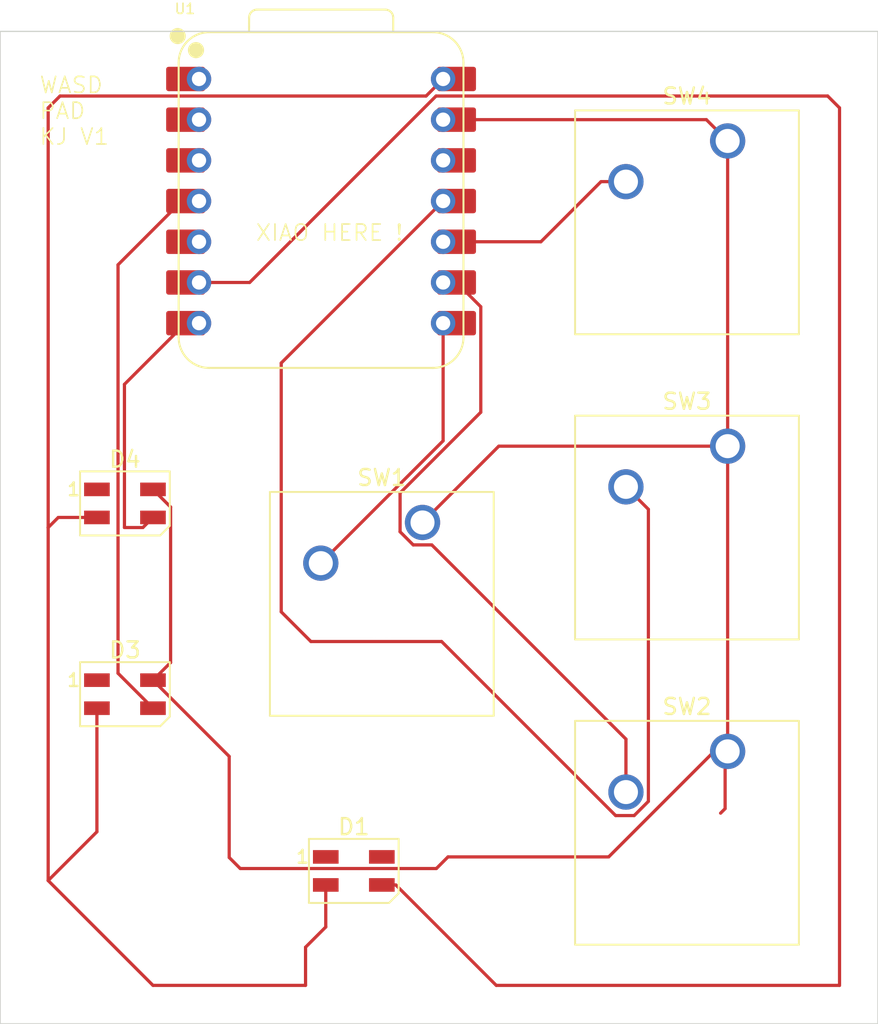
<source format=kicad_pcb>
(kicad_pcb (version 20241229) (generator "pcbnew") (generator_version "9.0")
  (layers (0 "F.Cu" signal) (2 "B.Cu" signal) (13 "F.Paste" user) (15 "B.Paste" user) (5 "F.SilkS" user "F.Silkscreen") (7 "B.SilkS" user "B.Silkscreen") (1 "F.Mask" user) (3 "B.Mask" user) (25 "Edge.Cuts" user))
  (net 0 "")
  (net 1 "+5V")
  (net 3 "GND")
  (net 4 "Net-(D1-DIN)")
  (net 5 "Net-(D2-DIN)")
  (net 6 "Net-(D3-DIN)")
  (net 8 "Net-(D4-DIN)")
  (net 10 "Net-(U1-GPIO1{slash}RX)")
  (net 11 "Net-(U1-GPIO2{slash}SCK)")
  (net 12 "Net-(U1-GPIO3{slash}MOSI)")
  (net 13 "Net-(U1-GPIO4{slash}MISO)")
  (footprint "Seeed Studio XIAO Series Library:XIAO-RP2040-DIP" (layer "F.Cu") (at 89.075 89.16)
    (property "Reference" "U1" (at -8.5 -12 0) (layer "F.SilkS") (effects (font (size 0.635 0.635) (thickness 0.1016))))
    (property "Value" "XIAO-RP2040-DIP")
    (fp_line (start -8.89 8.509) (end -8.89 -8.636) (stroke (width 0.127)) (layer "F.SilkS"))
    (fp_line (start -6.985 10.414) (end 6.985 10.414) (stroke (width 0.127)) (layer "F.SilkS"))
    (fp_line (start -4.495 -10.541) (end -4.491272 -11.451272) (stroke (width 0.127)) (layer "F.SilkS"))
    (fp_line (start -3.991272 -11.951) (end 4.004 -11.951) (stroke (width 0.127)) (layer "F.SilkS"))
    (fp_line (start 4.504 -11.451) (end 4.504 -10.541) (stroke (width 0.127)) (layer "F.SilkS"))
    (fp_line (start 6.985 -10.541) (end -6.985 -10.541) (stroke (width 0.1)) (layer "F.SilkS"))
    (fp_line (start 6.985 -10.541) (end -6.985 -10.541) (stroke (width 0.127)) (layer "F.SilkS"))
    (fp_line (start 8.89 8.509) (end 8.89 -8.636) (stroke (width 0.127)) (layer "F.SilkS"))
    (fp_arc (start -8.89 -8.636) (mid -8.332038 -9.983038) (end -6.985 -10.541) (stroke (width 0.127)) (layer "F.SilkS"))
    (fp_arc (start -6.985 10.414) (mid -8.332038 9.856038) (end -8.89 8.509) (stroke (width 0.127)) (layer "F.SilkS"))
    (fp_arc (start -4.491272 -11.451272) (mid -4.344728 -11.80464) (end -3.991272 -11.951) (stroke (width 0.127)) (layer "F.SilkS"))
    (fp_arc (start 4.004 -11.951) (mid 4.357553 -11.804553) (end 4.504 -11.451) (stroke (width 0.127)) (layer "F.SilkS"))
    (fp_arc (start 6.985 -10.541) (mid 8.332038 -9.983038) (end 8.89 -8.636) (stroke (width 0.127)) (layer "F.SilkS"))
    (fp_arc (start 8.89 8.509) (mid 8.332038 9.856038) (end 6.985 10.414) (stroke (width 0.127)) (layer "F.SilkS"))
    (fp_circle (center -8.95 -10.3) (end -8.95 -10.554) (stroke (width 0.5)) (fill yes) (layer "F.SilkS"))
    (fp_circle (center -7.807 -9.42) (end -7.807 -9.674) (stroke (width 0.5)) (fill yes) (layer "F.SilkS"))
    (pad "1" smd roundrect (at -8.455 -7.62 180) (size 2.432 1.524) (layers "F.Cu" "F.Mask") (roundrect_rratio 0.1))
    (pad "1" thru_hole circle (at -7.62 -7.62 180) (size 1.524 1.524) (drill 0.889) (layers "*.Cu" "*.Mask"))
    (pad "2" smd roundrect (at -8.455 -5.08 180) (size 2.432 1.524) (layers "F.Cu" "F.Mask") (roundrect_rratio 0.1))
    (pad "2" thru_hole circle (at -7.62 -5.08 180) (size 1.524 1.524) (drill 0.889) (layers "*.Cu" "*.Mask"))
    (pad "3" smd roundrect (at -8.455 -2.54 180) (size 2.432 1.524) (layers "F.Cu" "F.Mask") (roundrect_rratio 0.1))
    (pad "3" thru_hole circle (at -7.62 -2.54 180) (size 1.524 1.524) (drill 0.889) (layers "*.Cu" "*.Mask"))
    (pad "4" smd roundrect (at -8.455 0 180) (size 2.432 1.524) (layers "F.Cu" "F.Mask") (roundrect_rratio 0.1) (net 6 "Net-(D3-DIN)"))
    (pad "4" thru_hole circle (at -7.62 0 180) (size 1.524 1.524) (drill 0.889) (layers "*.Cu" "*.Mask") (net 6 "Net-(D3-DIN)"))
    (pad "5" smd roundrect (at -8.455 2.54 180) (size 2.432 1.524) (layers "F.Cu" "F.Mask") (roundrect_rratio 0.1) (net 5 "Net-(D2-DIN)"))
    (pad "5" thru_hole circle (at -7.62 2.54 180) (size 1.524 1.524) (drill 0.889) (layers "*.Cu" "*.Mask") (net 5 "Net-(D2-DIN)"))
    (pad "6" smd roundrect (at -8.455 5.08 180) (size 2.432 1.524) (layers "F.Cu" "F.Mask") (roundrect_rratio 0.1) (net 4 "Net-(D1-DIN)"))
    (pad "6" thru_hole circle (at -7.62 5.08 180) (size 1.524 1.524) (drill 0.889) (layers "*.Cu" "*.Mask") (net 4 "Net-(D1-DIN)"))
    (pad "7" smd roundrect (at -8.455 7.62 180) (size 2.432 1.524) (layers "F.Cu" "F.Mask") (roundrect_rratio 0.1) (net 8 "Net-(D4-DIN)"))
    (pad "7" thru_hole circle (at -7.62 7.62 180) (size 1.524 1.524) (drill 0.889) (layers "*.Cu" "*.Mask") (net 8 "Net-(D4-DIN)"))
    (pad "8" thru_hole circle (at 7.62 7.62) (size 1.524 1.524) (drill 0.889) (layers "*.Cu" "*.Mask") (net 10 "Net-(U1-GPIO1{slash}RX)"))
    (pad "8" smd roundrect (at 8.455 7.62) (size 2.432 1.524) (layers "F.Cu" "F.Mask") (roundrect_rratio 0.1) (net 10 "Net-(U1-GPIO1{slash}RX)"))
    (pad "9" thru_hole circle (at 7.62 5.08) (size 1.524 1.524) (drill 0.889) (layers "*.Cu" "*.Mask") (net 11 "Net-(U1-GPIO2{slash}SCK)"))
    (pad "9" smd roundrect (at 8.455 5.08) (size 2.432 1.524) (layers "F.Cu" "F.Mask") (roundrect_rratio 0.1) (net 11 "Net-(U1-GPIO2{slash}SCK)"))
    (pad "10" thru_hole circle (at 7.62 2.54) (size 1.524 1.524) (drill 0.889) (layers "*.Cu" "*.Mask") (net 13 "Net-(U1-GPIO4{slash}MISO)"))
    (pad "10" smd roundrect (at 8.455 2.54) (size 2.432 1.524) (layers "F.Cu" "F.Mask") (roundrect_rratio 0.1) (net 13 "Net-(U1-GPIO4{slash}MISO)"))
    (pad "11" thru_hole circle (at 7.62 0) (size 1.524 1.524) (drill 0.889) (layers "*.Cu" "*.Mask") (net 12 "Net-(U1-GPIO3{slash}MOSI)"))
    (pad "11" smd roundrect (at 8.455 0) (size 2.432 1.524) (layers "F.Cu" "F.Mask") (roundrect_rratio 0.1) (net 12 "Net-(U1-GPIO3{slash}MOSI)"))
    (pad "12" thru_hole circle (at 7.62 -2.54) (size 1.524 1.524) (drill 0.889) (layers "*.Cu" "*.Mask"))
    (pad "12" smd roundrect (at 8.455 -2.54) (size 2.432 1.524) (layers "F.Cu" "F.Mask") (roundrect_rratio 0.1))
    (pad "13" thru_hole circle (at 7.62 -5.08) (size 1.524 1.524) (drill 0.889) (layers "*.Cu" "*.Mask") (net 3 "GND"))
    (pad "13" smd roundrect (at 8.455 -5.08) (size 2.432 1.524) (layers "F.Cu" "F.Mask") (roundrect_rratio 0.1) (net 3 "GND"))
    (pad "14" thru_hole circle (at 7.62 -7.62) (size 1.524 1.524) (drill 0.889) (layers "*.Cu" "*.Mask") (net 1 "+5V"))
    (pad "14" smd roundrect (at 8.455 -7.62) (size 2.432 1.524) (layers "F.Cu" "F.Mask") (roundrect_rratio 0.1) (net 1 "+5V"))
  )
  (footprint "Button_Switch_Keyboard:SW_Cherry_MX_1.00u_PCB" (layer "F.Cu") (at 95.40875 109.22)
    (property "Reference" "SW1" (at -2.54 -2.794 0) (layer "F.SilkS"))
    (property "Value" "SW_Push")
    (fp_line (start -9.525 -1.905) (end 4.445 -1.905) (stroke (width 0.12)) (layer "F.SilkS"))
    (fp_line (start -9.525 12.065) (end -9.525 -1.905) (stroke (width 0.12)) (layer "F.SilkS"))
    (fp_line (start 4.445 -1.905) (end 4.445 12.065) (stroke (width 0.12)) (layer "F.SilkS"))
    (fp_line (start 4.445 12.065) (end -9.525 12.065) (stroke (width 0.12)) (layer "F.SilkS"))
    (pad "" np_thru_hole circle (at -7.62 5.08) (size 1.7 1.7) (drill 1.7) (layers "*.Cu" "*.Mask"))
    (pad "" np_thru_hole circle (at -2.54 5.08) (size 4 4) (drill 4) (layers "*.Cu" "*.Mask"))
    (pad "" np_thru_hole circle (at 2.54 5.08) (size 1.7 1.7) (drill 1.7) (layers "*.Cu" "*.Mask"))
    (pad "1" thru_hole circle (at 0 0) (size 2.2 2.2) (drill 1.5) (layers "*.Cu" "*.Mask") (net 3 "GND"))
    (pad "2" thru_hole circle (at -6.35 2.54) (size 2.2 2.2) (drill 1.5) (layers "*.Cu" "*.Mask") (net 10 "Net-(U1-GPIO1{slash}RX)"))
  )
  (footprint "LED_SMD:LED_SK6812MINI_PLCC4_3.5x3.5mm_P1.75mm" (layer "F.Cu") (at 91.11875 130.96875)
    (property "Reference" "D1" (at 0 -2.75 0) (layer "F.SilkS"))
    (property "Value" "SK6812MINI")
    (fp_line (start -2.8 -2) (end -2.8 2) (stroke (width 0.12)) (layer "F.SilkS"))
    (fp_line (start -2.8 -2) (end 2.8 -2) (stroke (width 0.12)) (layer "F.SilkS"))
    (fp_line (start -2.8 2) (end 2.2 2) (stroke (width 0.12)) (layer "F.SilkS"))
    (fp_line (start 2.8 1.4) (end 2.2 2) (stroke (width 0.12)) (layer "F.SilkS"))
    (fp_line (start 2.8 1.4) (end 2.8 -2) (stroke (width 0.12)) (layer "F.SilkS"))
    (fp_text user "1" (at -3.2 -0.875 0) (layer "F.SilkS") (effects (font (size 0.8 0.8))))
    (pad "1" smd rect (at -1.75 -0.875) (size 1.6 0.85) (layers "F.Cu" "F.Mask" "F.Paste"))
    (pad "2" smd rect (at -1.75 0.875) (size 1.6 0.85) (layers "F.Cu" "F.Mask" "F.Paste") (net 1 "+5V"))
    (pad "3" smd rect (at 1.75 0.875) (size 1.6 0.85) (layers "F.Cu" "F.Mask" "F.Paste") (net 4 "Net-(D1-DIN)"))
    (pad "4" smd rect (at 1.75 -0.875) (size 1.6 0.85) (layers "F.Cu" "F.Mask" "F.Paste") (net 3 "GND"))
  )
  (footprint "Button_Switch_Keyboard:SW_Cherry_MX_1.00u_PCB" (layer "F.Cu") (at 114.45875 104.4575)
    (property "Reference" "SW3" (at -2.54 -2.794 0) (layer "F.SilkS"))
    (property "Value" "SW_Push")
    (fp_line (start -9.525 -1.905) (end 4.445 -1.905) (stroke (width 0.12)) (layer "F.SilkS"))
    (fp_line (start -9.525 12.065) (end -9.525 -1.905) (stroke (width 0.12)) (layer "F.SilkS"))
    (fp_line (start 4.445 -1.905) (end 4.445 12.065) (stroke (width 0.12)) (layer "F.SilkS"))
    (fp_line (start 4.445 12.065) (end -9.525 12.065) (stroke (width 0.12)) (layer "F.SilkS"))
    (pad "" np_thru_hole circle (at -7.62 5.08) (size 1.7 1.7) (drill 1.7) (layers "*.Cu" "*.Mask"))
    (pad "" np_thru_hole circle (at -2.54 5.08) (size 4 4) (drill 4) (layers "*.Cu" "*.Mask"))
    (pad "" np_thru_hole circle (at 2.54 5.08) (size 1.7 1.7) (drill 1.7) (layers "*.Cu" "*.Mask"))
    (pad "1" thru_hole circle (at 0 0) (size 2.2 2.2) (drill 1.5) (layers "*.Cu" "*.Mask") (net 3 "GND"))
    (pad "2" thru_hole circle (at -6.35 2.54) (size 2.2 2.2) (drill 1.5) (layers "*.Cu" "*.Mask") (net 12 "Net-(U1-GPIO3{slash}MOSI)"))
  )
  (footprint "Button_Switch_Keyboard:SW_Cherry_MX_1.00u_PCB" (layer "F.Cu") (at 114.45875 123.5075)
    (property "Reference" "SW2" (at -2.54 -2.794 0) (layer "F.SilkS"))
    (property "Value" "SW_Push")
    (fp_line (start -9.525 -1.905) (end 4.445 -1.905) (stroke (width 0.12)) (layer "F.SilkS"))
    (fp_line (start -9.525 12.065) (end -9.525 -1.905) (stroke (width 0.12)) (layer "F.SilkS"))
    (fp_line (start 4.445 -1.905) (end 4.445 12.065) (stroke (width 0.12)) (layer "F.SilkS"))
    (fp_line (start 4.445 12.065) (end -9.525 12.065) (stroke (width 0.12)) (layer "F.SilkS"))
    (pad "" np_thru_hole circle (at -7.62 5.08) (size 1.7 1.7) (drill 1.7) (layers "*.Cu" "*.Mask"))
    (pad "" np_thru_hole circle (at -2.54 5.08) (size 4 4) (drill 4) (layers "*.Cu" "*.Mask"))
    (pad "" np_thru_hole circle (at 2.54 5.08) (size 1.7 1.7) (drill 1.7) (layers "*.Cu" "*.Mask"))
    (pad "1" thru_hole circle (at 0 0) (size 2.2 2.2) (drill 1.5) (layers "*.Cu" "*.Mask") (net 3 "GND"))
    (pad "2" thru_hole circle (at -6.35 2.54) (size 2.2 2.2) (drill 1.5) (layers "*.Cu" "*.Mask") (net 11 "Net-(U1-GPIO2{slash}SCK)"))
  )
  (footprint "LED_SMD:LED_SK6812MINI_PLCC4_3.5x3.5mm_P1.75mm" (layer "F.Cu") (at 76.83125 119.9375)
    (property "Reference" "D3" (at 0 -2.75 0) (layer "F.SilkS"))
    (property "Value" "SK6812MINI")
    (fp_line (start -2.8 -2) (end -2.8 2) (stroke (width 0.12)) (layer "F.SilkS"))
    (fp_line (start -2.8 -2) (end 2.8 -2) (stroke (width 0.12)) (layer "F.SilkS"))
    (fp_line (start -2.8 2) (end 2.2 2) (stroke (width 0.12)) (layer "F.SilkS"))
    (fp_line (start 2.8 1.4) (end 2.2 2) (stroke (width 0.12)) (layer "F.SilkS"))
    (fp_line (start 2.8 1.4) (end 2.8 -2) (stroke (width 0.12)) (layer "F.SilkS"))
    (fp_text user "1" (at -3.2 -0.875 0) (layer "F.SilkS") (effects (font (size 0.8 0.8))))
    (pad "1" smd rect (at -1.75 -0.875) (size 1.6 0.85) (layers "F.Cu" "F.Mask" "F.Paste"))
    (pad "2" smd rect (at -1.75 0.875) (size 1.6 0.85) (layers "F.Cu" "F.Mask" "F.Paste") (net 1 "+5V"))
    (pad "3" smd rect (at 1.75 0.875) (size 1.6 0.85) (layers "F.Cu" "F.Mask" "F.Paste") (net 6 "Net-(D3-DIN)"))
    (pad "4" smd rect (at 1.75 -0.875) (size 1.6 0.85) (layers "F.Cu" "F.Mask" "F.Paste") (net 3 "GND"))
  )
  (footprint "Button_Switch_Keyboard:SW_Cherry_MX_1.00u_PCB" (layer "F.Cu") (at 114.45875 85.4075)
    (property "Reference" "SW4" (at -2.54 -2.794 0) (layer "F.SilkS"))
    (property "Value" "SW_Push")
    (fp_line (start -9.525 -1.905) (end 4.445 -1.905) (stroke (width 0.12)) (layer "F.SilkS"))
    (fp_line (start -9.525 12.065) (end -9.525 -1.905) (stroke (width 0.12)) (layer "F.SilkS"))
    (fp_line (start 4.445 -1.905) (end 4.445 12.065) (stroke (width 0.12)) (layer "F.SilkS"))
    (fp_line (start 4.445 12.065) (end -9.525 12.065) (stroke (width 0.12)) (layer "F.SilkS"))
    (pad "" np_thru_hole circle (at -7.62 5.08) (size 1.7 1.7) (drill 1.7) (layers "*.Cu" "*.Mask"))
    (pad "" np_thru_hole circle (at -2.54 5.08) (size 4 4) (drill 4) (layers "*.Cu" "*.Mask"))
    (pad "" np_thru_hole circle (at 2.54 5.08) (size 1.7 1.7) (drill 1.7) (layers "*.Cu" "*.Mask"))
    (pad "1" thru_hole circle (at 0 0) (size 2.2 2.2) (drill 1.5) (layers "*.Cu" "*.Mask") (net 3 "GND"))
    (pad "2" thru_hole circle (at -6.35 2.54) (size 2.2 2.2) (drill 1.5) (layers "*.Cu" "*.Mask") (net 13 "Net-(U1-GPIO4{slash}MISO)"))
  )
  (footprint "LED_SMD:LED_SK6812MINI_PLCC4_3.5x3.5mm_P1.75mm" (layer "F.Cu") (at 76.83125 108.03125)
    (property "Reference" "D4" (at 0 -2.75 0) (layer "F.SilkS"))
    (property "Value" "SK6812MINI")
    (fp_line (start -2.8 -2) (end -2.8 2) (stroke (width 0.12)) (layer "F.SilkS"))
    (fp_line (start -2.8 -2) (end 2.8 -2) (stroke (width 0.12)) (layer "F.SilkS"))
    (fp_line (start -2.8 2) (end 2.2 2) (stroke (width 0.12)) (layer "F.SilkS"))
    (fp_line (start 2.8 1.4) (end 2.2 2) (stroke (width 0.12)) (layer "F.SilkS"))
    (fp_line (start 2.8 1.4) (end 2.8 -2) (stroke (width 0.12)) (layer "F.SilkS"))
    (fp_text user "1" (at -3.2 -0.875 0) (layer "F.SilkS") (effects (font (size 0.8 0.8))))
    (pad "1" smd rect (at -1.75 -0.875) (size 1.6 0.85) (layers "F.Cu" "F.Mask" "F.Paste"))
    (pad "2" smd rect (at -1.75 0.875) (size 1.6 0.85) (layers "F.Cu" "F.Mask" "F.Paste") (net 1 "+5V"))
    (pad "3" smd rect (at 1.75 0.875) (size 1.6 0.85) (layers "F.Cu" "F.Mask" "F.Paste") (net 8 "Net-(D4-DIN)"))
    (pad "4" smd rect (at 1.75 -0.875) (size 1.6 0.85) (layers "F.Cu" "F.Mask" "F.Paste") (net 3 "GND"))
  )
  (gr_line (start 69.05625 78.58125) (end 69.05625 140.49375) (stroke (width 0.05)) (layer "Edge.Cuts"))
  (gr_rect (start 123.825 78.58125) (end 123.825 140.49375) (stroke (width 0.05)) (fill no) (layer "Edge.Cuts"))
  (gr_line (start 69.05625 140.49375) (end 123.825 140.49375) (stroke (width 0.05)) (layer "Edge.Cuts"))
  (gr_rect (start 69.05625 78.55585) (end 123.825 78.58125) (stroke (width 0.05)) (fill no) (layer "Edge.Cuts"))
  (gr_text "XIAO HERE !" (at 84.94 91.72 0) (layer "F.SilkS") (effects (font (size 1 1) (thickness 0.1)) (justify left bottom)))
  (gr_text "WASD \nPAD\nKJ V1" (at 71.4375 85.725 0) (layer "F.SilkS") (effects (font (size 1 1) (thickness 0.1)) (justify left bottom)))
  (segment (start 72.66975 108.90625) (end 72.0385 109.5375) (width 0.2) (layer "F.Cu") (net 1))
  (segment (start 88.10625 138.1125) (end 88.10625 135.73125) (width 0.2) (layer "F.Cu") (net 1))
  (segment (start 72.0385 83.34375) (end 72.0385 109.5375) (width 0.2) (layer "F.Cu") (net 1))
  (segment (start 78.58125 138.1125) (end 88.10625 138.1125) (width 0.2) (layer "F.Cu") (net 1))
  (segment (start 89.36875 134.46875) (end 89.36875 131.84375) (width 0.2) (layer "F.Cu") (net 1))
  (segment (start 75.08125 128.527) (end 72.0385 131.56975) (width 0.2) (layer "F.Cu") (net 1))
  (segment (start 75.08125 120.8125) (end 75.08125 128.527) (width 0.2) (layer "F.Cu") (net 1))
  (segment (start 95.632 82.603) (end 72.77925 82.603) (width 0.2) (layer "F.Cu") (net 1))
  (segment (start 72.0385 109.5375) (end 72.0385 131.56975) (width 0.2) (layer "F.Cu") (net 1))
  (segment (start 75.08125 108.90625) (end 72.66975 108.90625) (width 0.2) (layer "F.Cu") (net 1))
  (segment (start 88.10625 135.73125) (end 89.36875 134.46875) (width 0.2) (layer "F.Cu") (net 1))
  (segment (start 72.0385 131.56975) (end 78.58125 138.1125) (width 0.2) (layer "F.Cu") (net 1))
  (segment (start 96.695 81.54) (end 95.632 82.603) (width 0.2) (layer "F.Cu") (net 1))
  (segment (start 72.77925 82.603) (end 72.0385 83.34375) (width 0.2) (layer "F.Cu") (net 1))
  (segment (start 113.13125 84.08) (end 114.45875 85.4075) (width 0.2) (layer "F.Cu") (net 3))
  (segment (start 114.3 127.08125) (end 114.018658 127.362592) (width 0.2) (layer "F.Cu") (net 3))
  (segment (start 114.45875 85.4075) (end 114.45875 85.56625) (width 0.2) (layer "F.Cu") (net 3))
  (segment (start 78.58125 119.0625) (end 83.34 123.82125) (width 0.2) (layer "F.Cu") (net 3))
  (segment (start 95.40875 109.22) (end 100.17125 104.4575) (width 0.2) (layer "F.Cu") (net 3))
  (segment (start 79.68225 108.25725) (end 79.68225 117.9615) (width 0.2) (layer "F.Cu") (net 3))
  (segment (start 114.45875 123.5075) (end 114.45875 123.66625) (width 0.2) (layer "F.Cu") (net 3))
  (segment (start 100.17125 104.4575) (end 114.45875 104.4575) (width 0.2) (layer "F.Cu") (net 3))
  (segment (start 114.45875 123.66625) (end 114.3 123.825) (width 0.2) (layer "F.Cu") (net 3))
  (segment (start 114.3 85.725) (end 114.45875 85.88375) (width 0.2) (layer "F.Cu") (net 3))
  (segment (start 113.61722 123.5075) (end 114.45875 123.5075) (width 0.2) (layer "F.Cu") (net 3))
  (segment (start 97.53 84.08) (end 113.13125 84.08) (width 0.2) (layer "F.Cu") (net 3))
  (segment (start 114.45875 85.88375) (end 114.45875 104.4575) (width 0.2) (layer "F.Cu") (net 3))
  (segment (start 114.3 123.825) (end 114.3 127.08125) (width 0.2) (layer "F.Cu") (net 3))
  (segment (start 83.34 130.13) (end 84.02975 130.81975) (width 0.2) (layer "F.Cu") (net 3))
  (segment (start 83.34 123.82125) (end 83.34 130.13) (width 0.2) (layer "F.Cu") (net 3))
  (segment (start 79.68225 117.9615) (end 78.58125 119.0625) (width 0.2) (layer "F.Cu") (net 3))
  (segment (start 78.58125 107.15625) (end 79.68225 108.25725) (width 0.2) (layer "F.Cu") (net 3))
  (segment (start 96.274 130.81975) (end 97 130.09375) (width 0.2) (layer "F.Cu") (net 3))
  (segment (start 84.02975 130.81975) (end 96.274 130.81975) (width 0.2) (layer "F.Cu") (net 3))
  (segment (start 114.45875 85.56625) (end 114.3 85.725) (width 0.2) (layer "F.Cu") (net 3))
  (segment (start 107.03097 130.09375) (end 113.61722 123.5075) (width 0.2) (layer "F.Cu") (net 3))
  (segment (start 114.45875 104.4575) (end 114.45875 123.5075) (width 0.2) (layer "F.Cu") (net 3))
  (segment (start 97 130.09375) (end 107.03097 130.09375) (width 0.2) (layer "F.Cu") (net 3))
  (segment (start 121.44375 138.1125) (end 100.0125 138.1125) (width 0.2) (layer "F.Cu") (net 4))
  (segment (start 84.61769 94.24) (end 96.25469 82.603) (width 0.2) (layer "F.Cu") (net 4))
  (segment (start 120.703 82.603) (end 121.44375 83.34375) (width 0.2) (layer "F.Cu") (net 4))
  (segment (start 96.25469 82.603) (end 120.703 82.603) (width 0.2) (layer "F.Cu") (net 4))
  (segment (start 81.455 94.24) (end 84.61769 94.24) (width 0.2) (layer "F.Cu") (net 4))
  (segment (start 121.44375 83.34375) (end 121.44375 138.1125) (width 0.2) (layer "F.Cu") (net 4))
  (segment (start 100.0125 138.1125) (end 93.74375 131.84375) (width 0.2) (layer "F.Cu") (net 4))
  (segment (start 93.74375 131.84375) (end 92.86875 131.84375) (width 0.2) (layer "F.Cu") (net 4))
  (segment (start 80.37737 89.16) (end 81.455 89.16) (width 0.2) (layer "F.Cu") (net 6))
  (segment (start 78.58125 120.8125) (end 76.4 118.63125) (width 0.2) (layer "F.Cu") (net 6))
  (segment (start 76.4 118.63125) (end 76.4 93.13737) (width 0.2) (layer "F.Cu") (net 6))
  (segment (start 76.4 93.13737) (end 80.37737 89.16) (width 0.2) (layer "F.Cu") (net 6))
  (segment (start 76.801 109.5375) (end 77.95 109.5375) (width 0.2) (layer "F.Cu") (net 8))
  (segment (start 76.801 100.599) (end 76.801 109.5375) (width 0.2) (layer "F.Cu") (net 8))
  (segment (start 80.62 96.78) (end 76.801 100.599) (width 0.2) (layer "F.Cu") (net 8))
  (segment (start 77.95 109.5375) (end 78.58125 108.90625) (width 0.2) (layer "F.Cu") (net 8))
  (segment (start 89.05875 111.76) (end 96.695 104.12375) (width 0.2) (layer "F.Cu") (net 10))
  (segment (start 96.695 104.12375) (end 96.695 96.78) (width 0.2) (layer "F.Cu") (net 10))
  (segment (start 108.10875 122.740686) (end 95.989064 110.621) (width 0.2) (layer "F.Cu") (net 11))
  (segment (start 108.10875 126.0475) (end 108.10875 122.740686) (width 0.2) (layer "F.Cu") (net 11))
  (segment (start 99.047 95.757) (end 97.53 94.24) (width 0.2) (layer "F.Cu") (net 11))
  (segment (start 94.00775 109.800314) (end 94.00775 107.3781) (width 0.2) (layer "F.Cu") (net 11))
  (segment (start 99.047 102.33885) (end 99.047 95.757) (width 0.2) (layer "F.Cu") (net 11))
  (segment (start 94.00775 107.3781) (end 99.047 102.33885) (width 0.2) (layer "F.Cu") (net 11))
  (segment (start 94.828436 110.621) (end 94.00775 109.800314) (width 0.2) (layer "F.Cu") (net 11))
  (segment (start 95.989064 110.621) (end 94.828436 110.621) (width 0.2) (layer "F.Cu") (net 11))
  (segment (start 86.58775 99.26725) (end 96.695 89.16) (width 0.2) (layer "F.Cu") (net 12))
  (segment (start 108.10875 106.9975) (end 109.50975 108.3985) (width 0.2) (layer "F.Cu") (net 12))
  (segment (start 88.44128 116.651) (end 86.58775 114.79747) (width 0.2) (layer "F.Cu") (net 12))
  (segment (start 86.58775 114.79747) (end 86.58775 99.26725) (width 0.2) (layer "F.Cu") (net 12))
  (segment (start 107.463328 127.513608) (end 96.60072 116.651) (width 0.2) (layer "F.Cu") (net 12))
  (segment (start 109.50975 126.627814) (end 108.623956 127.513608) (width 0.2) (layer "F.Cu") (net 12))
  (segment (start 108.623956 127.513608) (end 107.463328 127.513608) (width 0.2) (layer "F.Cu") (net 12))
  (segment (start 96.60072 116.651) (end 88.44128 116.651) (width 0.2) (layer "F.Cu") (net 12))
  (segment (start 109.50975 108.3985) (end 109.50975 126.627814) (width 0.2) (layer "F.Cu") (net 12))
  (segment (start 108.10875 87.9475) (end 106.553116 87.9475) (width 0.2) (layer "F.Cu") (net 13))
  (segment (start 102.800616 91.7) (end 96.695 91.7) (width 0.2) (layer "F.Cu") (net 13))
  (segment (start 106.553116 87.9475) (end 102.800616 91.7) (width 0.2) (layer "F.Cu") (net 13))
)
</source>
